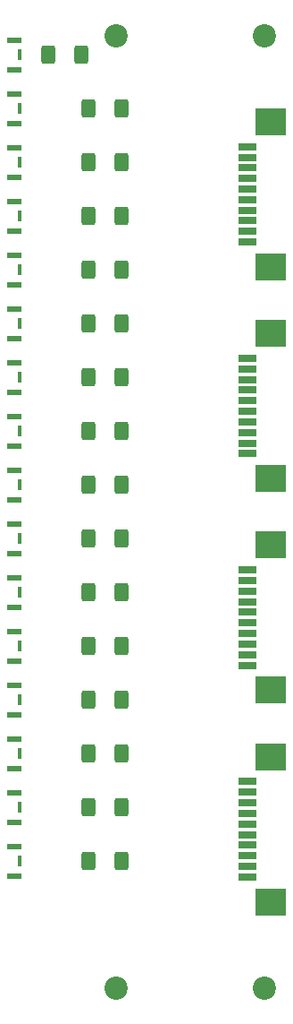
<source format=gbr>
%TF.GenerationSoftware,KiCad,Pcbnew,8.0.3-8.0.3-0~ubuntu22.04.1*%
%TF.CreationDate,2024-10-28T11:00:08+03:00*%
%TF.ProjectId,PM-LED16,504d2d4c-4544-4313-962e-6b696361645f,rev?*%
%TF.SameCoordinates,Original*%
%TF.FileFunction,Soldermask,Top*%
%TF.FilePolarity,Negative*%
%FSLAX46Y46*%
G04 Gerber Fmt 4.6, Leading zero omitted, Abs format (unit mm)*
G04 Created by KiCad (PCBNEW 8.0.3-8.0.3-0~ubuntu22.04.1) date 2024-10-28 11:00:08*
%MOMM*%
%LPD*%
G01*
G04 APERTURE LIST*
G04 Aperture macros list*
%AMRoundRect*
0 Rectangle with rounded corners*
0 $1 Rounding radius*
0 $2 $3 $4 $5 $6 $7 $8 $9 X,Y pos of 4 corners*
0 Add a 4 corners polygon primitive as box body*
4,1,4,$2,$3,$4,$5,$6,$7,$8,$9,$2,$3,0*
0 Add four circle primitives for the rounded corners*
1,1,$1+$1,$2,$3*
1,1,$1+$1,$4,$5*
1,1,$1+$1,$6,$7*
1,1,$1+$1,$8,$9*
0 Add four rect primitives between the rounded corners*
20,1,$1+$1,$2,$3,$4,$5,0*
20,1,$1+$1,$4,$5,$6,$7,0*
20,1,$1+$1,$6,$7,$8,$9,0*
20,1,$1+$1,$8,$9,$2,$3,0*%
G04 Aperture macros list end*
%ADD10R,1.410000X0.630000*%
%ADD11R,0.430000X1.070000*%
%ADD12RoundRect,0.250000X-0.400000X-0.625000X0.400000X-0.625000X0.400000X0.625000X-0.400000X0.625000X0*%
%ADD13R,1.803400X0.635000*%
%ADD14R,2.997200X2.590800*%
%ADD15C,2.200000*%
G04 APERTURE END LIST*
D10*
%TO.C,D1*%
X52131000Y-56200000D03*
X52131000Y-59040000D03*
D11*
X52621000Y-57620000D03*
%TD*%
D12*
%TO.C,R8*%
X59170000Y-93180000D03*
X62270000Y-93180000D03*
%TD*%
%TO.C,R10*%
X59170000Y-103340000D03*
X62270000Y-103340000D03*
%TD*%
D13*
%TO.C,J4*%
X74244000Y-135299991D03*
X74244000Y-134299993D03*
X74244000Y-133299995D03*
X74244000Y-132299997D03*
X74244000Y-131299999D03*
X74244000Y-130300001D03*
X74244000Y-129300003D03*
X74244000Y-128300005D03*
X74244000Y-127300007D03*
X74244000Y-126300009D03*
D14*
X76414001Y-137650002D03*
X76414001Y-123949998D03*
%TD*%
D13*
%TO.C,J1*%
X74244000Y-75299991D03*
X74244000Y-74299993D03*
X74244000Y-73299995D03*
X74244000Y-72299997D03*
X74244000Y-71299999D03*
X74244000Y-70300001D03*
X74244000Y-69300003D03*
X74244000Y-68300005D03*
X74244000Y-67300007D03*
X74244000Y-66300009D03*
D14*
X76414001Y-77650002D03*
X76414001Y-63949998D03*
%TD*%
D10*
%TO.C,D11*%
X52131000Y-107000000D03*
X52131000Y-109840000D03*
D11*
X52621000Y-108420000D03*
%TD*%
D12*
%TO.C,R1*%
X55360000Y-57620000D03*
X58460000Y-57620000D03*
%TD*%
D10*
%TO.C,D5*%
X52131000Y-76520000D03*
X52131000Y-79360000D03*
D11*
X52621000Y-77940000D03*
%TD*%
D10*
%TO.C,D14*%
X52131000Y-122240000D03*
X52131000Y-125080000D03*
D11*
X52621000Y-123660000D03*
%TD*%
D12*
%TO.C,R3*%
X59170000Y-67780000D03*
X62270000Y-67780000D03*
%TD*%
%TO.C,R13*%
X59170000Y-118580000D03*
X62270000Y-118580000D03*
%TD*%
%TO.C,R7*%
X59170000Y-88100000D03*
X62270000Y-88100000D03*
%TD*%
D10*
%TO.C,D10*%
X52131000Y-101920000D03*
X52131000Y-104760000D03*
D11*
X52621000Y-103340000D03*
%TD*%
D12*
%TO.C,R6*%
X59170000Y-83020000D03*
X62270000Y-83020000D03*
%TD*%
D13*
%TO.C,J3*%
X74244000Y-115299991D03*
X74244000Y-114299993D03*
X74244000Y-113299995D03*
X74244000Y-112299997D03*
X74244000Y-111299999D03*
X74244000Y-110300001D03*
X74244000Y-109300003D03*
X74244000Y-108300005D03*
X74244000Y-107300007D03*
X74244000Y-106300009D03*
D14*
X76414001Y-117650002D03*
X76414001Y-103949998D03*
%TD*%
D12*
%TO.C,R5*%
X59170000Y-77940000D03*
X62270000Y-77940000D03*
%TD*%
%TO.C,R12*%
X59170000Y-113500000D03*
X62270000Y-113500000D03*
%TD*%
D10*
%TO.C,D9*%
X52131000Y-96840000D03*
X52131000Y-99680000D03*
D11*
X52621000Y-98260000D03*
%TD*%
D10*
%TO.C,D6*%
X52131000Y-81600000D03*
X52131000Y-84440000D03*
D11*
X52621000Y-83020000D03*
%TD*%
D12*
%TO.C,R2*%
X59170000Y-62700000D03*
X62270000Y-62700000D03*
%TD*%
D15*
%TO.C,H1*%
X75800000Y-55800000D03*
%TD*%
D10*
%TO.C,D2*%
X52131000Y-61280000D03*
X52131000Y-64120000D03*
D11*
X52621000Y-62700000D03*
%TD*%
D12*
%TO.C,R4*%
X59170000Y-72860000D03*
X62270000Y-72860000D03*
%TD*%
D10*
%TO.C,D7*%
X52131000Y-86680000D03*
X52131000Y-89520000D03*
D11*
X52621000Y-88100000D03*
%TD*%
D15*
%TO.C,H4*%
X61800000Y-145800000D03*
%TD*%
%TO.C,H2*%
X75800000Y-145800000D03*
%TD*%
D10*
%TO.C,D13*%
X52131000Y-117160000D03*
X52131000Y-120000000D03*
D11*
X52621000Y-118580000D03*
%TD*%
D10*
%TO.C,D15*%
X52131000Y-127320000D03*
X52131000Y-130160000D03*
D11*
X52621000Y-128740000D03*
%TD*%
D12*
%TO.C,R11*%
X59170000Y-108420000D03*
X62270000Y-108420000D03*
%TD*%
%TO.C,R14*%
X59170000Y-123660000D03*
X62270000Y-123660000D03*
%TD*%
D10*
%TO.C,D12*%
X52131000Y-112080000D03*
X52131000Y-114920000D03*
D11*
X52621000Y-113500000D03*
%TD*%
D10*
%TO.C,D8*%
X52131000Y-91760000D03*
X52131000Y-94600000D03*
D11*
X52621000Y-93180000D03*
%TD*%
D12*
%TO.C,R16*%
X59170000Y-133820000D03*
X62270000Y-133820000D03*
%TD*%
D10*
%TO.C,D16*%
X52131000Y-132400000D03*
X52131000Y-135240000D03*
D11*
X52621000Y-133820000D03*
%TD*%
D10*
%TO.C,D4*%
X52131000Y-71440000D03*
X52131000Y-74280000D03*
D11*
X52621000Y-72860000D03*
%TD*%
D15*
%TO.C,H3*%
X61800000Y-55800000D03*
%TD*%
D12*
%TO.C,R15*%
X59170000Y-128740000D03*
X62270000Y-128740000D03*
%TD*%
D10*
%TO.C,D3*%
X52131000Y-66360000D03*
X52131000Y-69200000D03*
D11*
X52621000Y-67780000D03*
%TD*%
D13*
%TO.C,J2*%
X74244000Y-95299991D03*
X74244000Y-94299993D03*
X74244000Y-93299995D03*
X74244000Y-92299997D03*
X74244000Y-91299999D03*
X74244000Y-90300001D03*
X74244000Y-89300003D03*
X74244000Y-88300005D03*
X74244000Y-87300007D03*
X74244000Y-86300009D03*
D14*
X76414001Y-97650002D03*
X76414001Y-83949998D03*
%TD*%
D12*
%TO.C,R9*%
X59170000Y-98260000D03*
X62270000Y-98260000D03*
%TD*%
M02*

</source>
